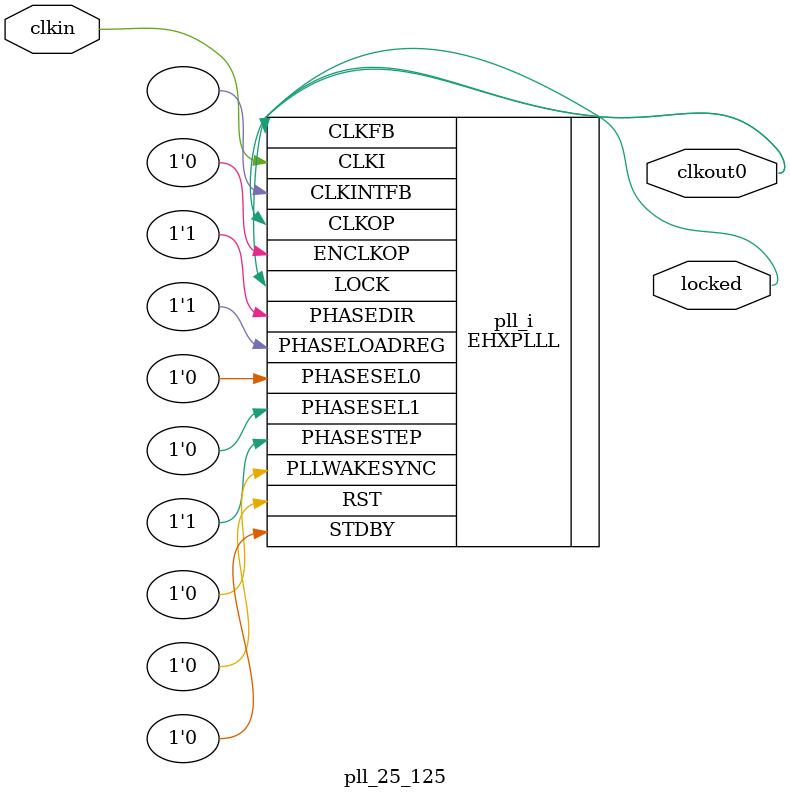
<source format=v>
module pll_25_125
(
    input clkin, // 25 MHz, 0 deg
    output clkout0, // 125 MHz, 0 deg
    output locked
);
(* FREQUENCY_PIN_CLKI="25" *)
(* FREQUENCY_PIN_CLKOP="125" *)
(* ICP_CURRENT="12" *) (* LPF_RESISTOR="8" *) (* MFG_ENABLE_FILTEROPAMP="1" *) (* MFG_GMCREF_SEL="2" *)
EHXPLLL #(
        .PLLRST_ENA("DISABLED"),
        .INTFB_WAKE("DISABLED"),
        .STDBY_ENABLE("DISABLED"),
        .DPHASE_SOURCE("DISABLED"),
        .OUTDIVIDER_MUXA("DIVA"),
        .OUTDIVIDER_MUXB("DIVB"),
        .OUTDIVIDER_MUXC("DIVC"),
        .OUTDIVIDER_MUXD("DIVD"),
        .CLKI_DIV(1),
        .CLKOP_ENABLE("ENABLED"),
        .CLKOP_DIV(5),
        .CLKOP_CPHASE(2),
        .CLKOP_FPHASE(0),
        .FEEDBK_PATH("CLKOP"),
        .CLKFB_DIV(5)
    ) pll_i (
        .RST(1'b0),
        .STDBY(1'b0),
        .CLKI(clkin),
        .CLKOP(clkout0),
        .CLKFB(clkout0),
        .CLKINTFB(),
        .PHASESEL0(1'b0),
        .PHASESEL1(1'b0),
        .PHASEDIR(1'b1),
        .PHASESTEP(1'b1),
        .PHASELOADREG(1'b1),
        .PLLWAKESYNC(1'b0),
        .ENCLKOP(1'b0),
        .LOCK(locked)
	);
endmodule

</source>
